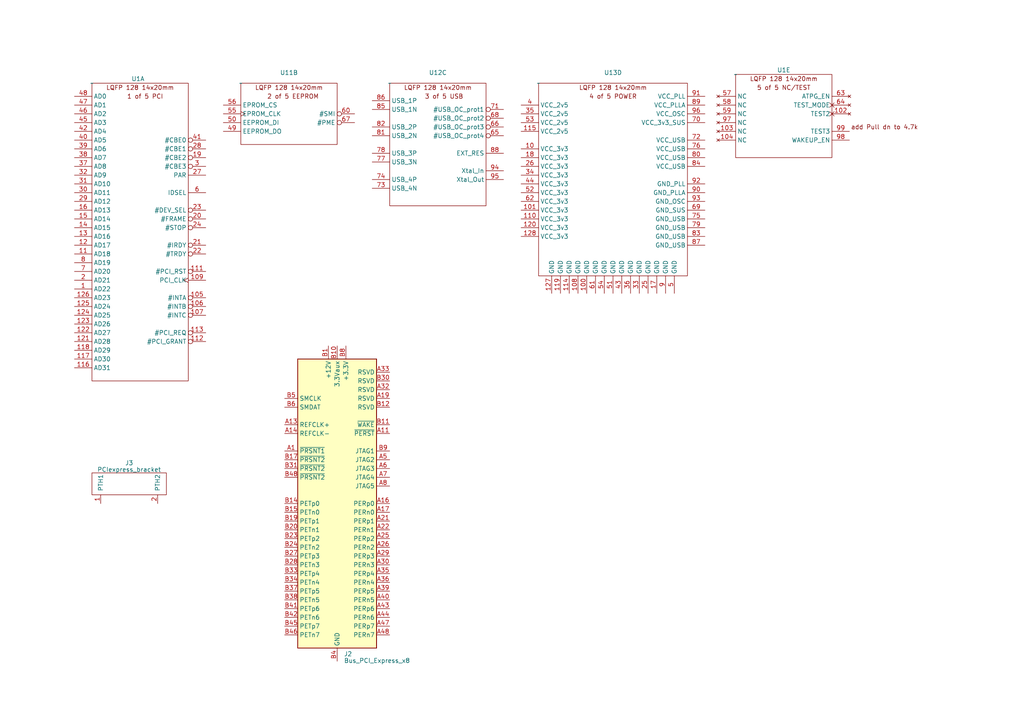
<source format=kicad_sch>
(kicad_sch (version 20230121) (generator eeschema)
  (paper "A4")
  (lib_symbols
    (symbol "Connector:Bus_PCI_Express_x8"
      (property "Reference" "J" (at -8.89 43.18 0))
      (property "Value" "Bus_PCI_Express_x8" (at 12.7 43.18 0))
      (symbol "Bus_PCI_Express_x8_0_1"
        (rectangle (start -11.43 41.91) (end 11.43 -41.91) (stroke (width 0.254)) (fill (type background)))
      )
      (symbol "Bus_PCI_Express_x8_1_1"
        (pin passive line (at -15.24 15.24 0) (length 3.81) (name "~{PRSNT1}") (number "A1"))
        (pin passive line (at 2.54 45.72 270) (length 3.81) hide (name "+3.3V") (number "A10"))
        (pin input line (at 15.24 20.32 180) (length 3.81) (name "~{PERST}") (number "A11"))
        (pin passive line (at 0 -45.72 90) (length 3.81) hide (name "GND") (number "A12"))
        (pin input line (at -15.24 22.86 0) (length 3.81) (name "REFCLK+") (number "A13"))
        (pin input line (at -15.24 20.32 0) (length 3.81) (name "REFCLK-") (number "A14"))
        (pin passive line (at 0 -45.72 90) (length 3.81) hide (name "GND") (number "A15"))
        (pin output line (at 15.24 0 180) (length 3.81) (name "PERp0") (number "A16"))
        (pin output line (at 15.24 -2.54 180) (length 3.81) (name "PERn0") (number "A17"))
        (pin passive line (at 0 -45.72 90) (length 3.81) hide (name "GND") (number "A18"))
        (pin passive line (at 15.24 30.48 180) (length 3.81) (name "RSVD") (number "A19"))
        (pin passive line (at -2.54 45.72 270) (length 3.81) hide (name "+12V") (number "A2"))
        (pin passive line (at 0 -45.72 90) (length 3.81) hide (name "GND") (number "A20"))
        (pin output line (at 15.24 -5.08 180) (length 3.81) (name "PERp1") (number "A21"))
        (pin output line (at 15.24 -7.62 180) (length 3.81) (name "PERn1") (number "A22"))
        (pin passive line (at 0 -45.72 90) (length 3.81) hide (name "GND") (number "A23"))
        (pin passive line (at 0 -45.72 90) (length 3.81) hide (name "GND") (number "A24"))
        (pin output line (at 15.24 -10.16 180) (length 3.81) (name "PERp2") (number "A25"))
        (pin output line (at 15.24 -12.7 180) (length 3.81) (name "PERn2") (number "A26"))
        (pin passive line (at 0 -45.72 90) (length 3.81) hide (name "GND") (number "A27"))
        (pin passive line (at 0 -45.72 90) (length 3.81) hide (name "GND") (number "A28"))
        (pin output line (at 15.24 -15.24 180) (length 3.81) (name "PERp3") (number "A29"))
        (pin passive line (at -2.54 45.72 270) (length 3.81) hide (name "+12V") (number "A3"))
        (pin output line (at 15.24 -17.78 180) (length 3.81) (name "PERn3") (number "A30"))
        (pin passive line (at 0 -45.72 90) (length 3.81) hide (name "GND") (number "A31"))
        (pin passive line (at 15.24 33.02 180) (length 3.81) (name "RSVD") (number "A32"))
        (pin passive line (at 15.24 38.1 180) (length 3.81) (name "RSVD") (number "A33"))
        (pin passive line (at 0 -45.72 90) (length 3.81) hide (name "GND") (number "A34"))
        (pin output line (at 15.24 -20.32 180) (length 3.81) (name "PERp4") (number "A35"))
        (pin output line (at 15.24 -22.86 180) (length 3.81) (name "PERn4") (number "A36"))
        (pin passive line (at 0 -45.72 90) (length 3.81) hide (name "GND") (number "A37"))
        (pin passive line (at 0 -45.72 90) (length 3.81) hide (name "GND") (number "A38"))
        (pin output line (at 15.24 -25.4 180) (length 3.81) (name "PERp5") (number "A39"))
        (pin passive line (at 0 -45.72 90) (length 3.81) hide (name "GND") (number "A4"))
        (pin output line (at 15.24 -27.94 180) (length 3.81) (name "PERn5") (number "A40"))
        (pin passive line (at 0 -45.72 90) (length 3.81) hide (name "GND") (number "A41"))
        (pin passive line (at 0 -45.72 90) (length 3.81) hide (name "GND") (number "A42"))
        (pin output line (at 15.24 -30.48 180) (length 3.81) (name "PERp6") (number "A43"))
        (pin output line (at 15.24 -33.02 180) (length 3.81) (name "PERn6") (number "A44"))
        (pin passive line (at 0 -45.72 90) (length 3.81) hide (name "GND") (number "A45"))
        (pin passive line (at 0 -45.72 90) (length 3.81) hide (name "GND") (number "A46"))
        (pin output line (at 15.24 -35.56 180) (length 3.81) (name "PERp7") (number "A47"))
        (pin output line (at 15.24 -38.1 180) (length 3.81) (name "PERn7") (number "A48"))
        (pin passive line (at 0 -45.72 90) (length 3.81) hide (name "GND") (number "A49"))
        (pin input line (at 15.24 12.7 180) (length 3.81) (name "JTAG2") (number "A5"))
        (pin input line (at 15.24 10.16 180) (length 3.81) (name "JTAG3") (number "A6"))
        (pin output line (at 15.24 7.62 180) (length 3.81) (name "JTAG4") (number "A7"))
        (pin input line (at 15.24 5.08 180) (length 3.81) (name "JTAG5") (number "A8"))
        (pin passive line (at 2.54 45.72 270) (length 3.81) hide (name "+3.3V") (number "A9"))
        (pin power_in line (at -2.54 45.72 270) (length 3.81) (name "+12V") (number "B1"))
        (pin power_in line (at 0 45.72 270) (length 3.81) (name "3.3Vaux") (number "B10"))
        (pin open_collector line (at 15.24 22.86 180) (length 3.81) (name "~{WAKE}") (number "B11"))
        (pin passive line (at 15.24 27.94 180) (length 3.81) (name "RSVD") (number "B12"))
        (pin passive line (at 0 -45.72 90) (length 3.81) hide (name "GND") (number "B13"))
        (pin input line (at -15.24 0 0) (length 3.81) (name "PETp0") (number "B14"))
        (pin input line (at -15.24 -2.54 0) (length 3.81) (name "PETn0") (number "B15"))
        (pin passive line (at 0 -45.72 90) (length 3.81) hide (name "GND") (number "B16"))
        (pin passive line (at -15.24 12.7 0) (length 3.81) (name "~{PRSNT2}") (number "B17"))
        (pin passive line (at 0 -45.72 90) (length 3.81) hide (name "GND") (number "B18"))
        (pin input line (at -15.24 -5.08 0) (length 3.81) (name "PETp1") (number "B19"))
        (pin passive line (at -2.54 45.72 270) (length 3.81) hide (name "+12V") (number "B2"))
        (pin input line (at -15.24 -7.62 0) (length 3.81) (name "PETn1") (number "B20"))
        (pin passive line (at 0 -45.72 90) (length 3.81) hide (name "GND") (number "B21"))
        (pin passive line (at 0 -45.72 90) (length 3.81) hide (name "GND") (number "B22"))
        (pin input line (at -15.24 -10.16 0) (length 3.81) (name "PETp2") (number "B23"))
        (pin input line (at -15.24 -12.7 0) (length 3.81) (name "PETn2") (number "B24"))
        (pin passive line (at 0 -45.72 90) (length 3.81) hide (name "GND") (number "B25"))
        (pin passive line (at 0 -45.72 90) (length 3.81) hide (name "GND") (number "B26"))
        (pin input line (at -15.24 -15.24 0) (length 3.81) (name "PETp3") (number "B27"))
        (pin input line (at -15.24 -17.78 0) (length 3.81) (name "PETn3") (number "B28"))
        (pin passive line (at 0 -45.72 90) (length 3.81) hide (name "GND") (number "B29"))
        (pin passive line (at -2.54 45.72 270) (length 3.81) hide (name "+12V") (number "B3"))
        (pin passive line (at 15.24 35.56 180) (length 3.81) (name "RSVD") (number "B30"))
        (pin passive line (at -15.24 10.16 0) (length 3.81) (name "~{PRSNT2}") (number "B31"))
        (pin passive line (at 0 -45.72 90) (length 3.81) hide (name "GND") (number "B32"))
        (pin input line (at -15.24 -20.32 0) (length 3.81) (name "PETp4") (number "B33"))
        (pin input line (at -15.24 -22.86 0) (length 3.81) (name "PETn4") (number "B34"))
        (pin passive line (at 0 -45.72 90) (length 3.81) hide (name "GND") (number "B35"))
        (pin passive line (at 0 -45.72 90) (length 3.81) hide (name "GND") (number "B36"))
        (pin input line (at -15.24 -25.4 0) (length 3.81) (name "PETp5") (number "B37"))
        (pin input line (at -15.24 -27.94 0) (length 3.81) (name "PETn5") (number "B38"))
        (pin passive line (at 0 -45.72 90) (length 3.81) hide (name "GND") (number "B39"))
        (pin power_in line (at 0 -45.72 90) (length 3.81) (name "GND") (number "B4"))
        (pin passive line (at 0 -45.72 90) (length 3.81) hide (name "GND") (number "B40"))
        (pin input line (at -15.24 -30.48 0) (length 3.81) (name "PETp6") (number "B41"))
        (pin input line (at -15.24 -33.02 0) (length 3.81) (name "PETn6") (number "B42"))
        (pin passive line (at 0 -45.72 90) (length 3.81) hide (name "GND") (number "B43"))
        (pin passive line (at 0 -45.72 90) (length 3.81) hide (name "GND") (number "B44"))
        (pin input line (at -15.24 -35.56 0) (length 3.81) (name "PETp7") (number "B45"))
        (pin input line (at -15.24 -38.1 0) (length 3.81) (name "PETn7") (number "B46"))
        (pin passive line (at 0 -45.72 90) (length 3.81) hide (name "GND") (number "B47"))
        (pin passive line (at -15.24 7.62 0) (length 3.81) (name "~{PRSNT2}") (number "B48"))
        (pin passive line (at 0 -45.72 90) (length 3.81) hide (name "GND") (number "B49"))
        (pin input line (at -15.24 30.48 0) (length 3.81) (name "SMCLK") (number "B5"))
        (pin bidirectional line (at -15.24 27.94 0) (length 3.81) (name "SMDAT") (number "B6"))
        (pin passive line (at 0 -45.72 90) (length 3.81) hide (name "GND") (number "B7"))
        (pin power_in line (at 2.54 45.72 270) (length 3.81) (name "+3.3V") (number "B8"))
        (pin input line (at 15.24 15.24 180) (length 3.81) (name "JTAG1") (number "B9"))
      )
    )
    (symbol "html_accel_Symbols:PCIexpress_bracket" (pin_names (offset 1.016))
      (property "Reference" "J" (at 0 0 0))
      (property "Value" "PCIE_FULL_Height_bracket" (at 0 3.81 0))
      (symbol "PCIexpress_bracket_0_1"
        (rectangle (start -10.16 2.54) (end 11.43 -3.81))
      )
      (symbol "PCIexpress_bracket_1_1"
        (pin input line (at -7.62 -6.35 90) (length 2.54) (name "PTH1") (number "1"))
        (pin input line (at 8.89 -6.35 90) (length 2.54) (name "PTH2") (number "2"))
      )
    )
    (symbol "html_accel_Symbols:VT6212"
      (property "Reference" "U" (at 13.97 3.81 0))
      (property "Value" "VT6212" (at 13.97 1.27 0))
      (symbol "VT6212_1_0"
        (pin bidirectional line (at -5.08 -59.69 0) (length 5.08) (name "AD22") (number "1"))
        (pin output inverted (at 33.02 -62.23 180) (length 5.08) (name "#INTA") (number "105"))
        (pin output inverted (at 33.02 -64.77 180) (length 5.08) (name "#INTB") (number "106"))
        (pin output inverted (at 33.02 -67.31 180) (length 5.08) (name "#INTC") (number "107"))
        (pin input clock (at 33.02 -57.15 180) (length 5.08) (name "PCI_CLK") (number "109"))
        (pin bidirectional line (at -5.08 -49.53 0) (length 5.08) (name "AD18") (number "11"))
        (pin input inverted (at 33.02 -54.61 180) (length 5.08) (name "#PCI_RST") (number "111"))
        (pin input inverted (at 33.02 -74.93 180) (length 5.08) (name "#PCI_GRANT") (number "112"))
        (pin output inverted (at 33.02 -72.39 180) (length 5.08) (name "#PCI_REQ") (number "113"))
        (pin bidirectional line (at -5.08 -82.55 0) (length 5.08) (name "AD31") (number "116"))
        (pin bidirectional line (at -5.08 -80.01 0) (length 5.08) (name "AD30") (number "117"))
        (pin bidirectional line (at -5.08 -77.47 0) (length 5.08) (name "AD29") (number "118"))
        (pin bidirectional line (at -5.08 -46.99 0) (length 5.08) (name "AD17") (number "12"))
        (pin bidirectional line (at -5.08 -74.93 0) (length 5.08) (name "AD28") (number "121"))
        (pin bidirectional line (at -5.08 -72.39 0) (length 5.08) (name "AD27") (number "122"))
        (pin bidirectional line (at -5.08 -69.85 0) (length 5.08) (name "AD26") (number "123"))
        (pin bidirectional line (at -5.08 -67.31 0) (length 5.08) (name "AD25") (number "124"))
        (pin bidirectional line (at -5.08 -64.77 0) (length 5.08) (name "AD24") (number "125"))
        (pin bidirectional line (at -5.08 -62.23 0) (length 5.08) (name "AD23") (number "126"))
        (pin bidirectional line (at -5.08 -44.45 0) (length 5.08) (name "AD16") (number "13"))
        (pin bidirectional inverted (at 33.02 -21.59 180) (length 5.08) (name "#CBE2") (number "19"))
        (pin bidirectional line (at -5.08 -57.15 0) (length 5.08) (name "AD21") (number "2"))
        (pin bidirectional inverted (at 33.02 -39.37 180) (length 5.08) (name "#FRAME") (number "20"))
        (pin bidirectional inverted (at 33.02 -46.99 180) (length 5.08) (name "#IRDY") (number "21"))
        (pin bidirectional inverted (at 33.02 -49.53 180) (length 5.08) (name "#TRDY") (number "22"))
        (pin bidirectional inverted (at 33.02 -36.83 180) (length 5.08) (name "#DEV_SEL") (number "23"))
        (pin bidirectional inverted (at 33.02 -41.91 180) (length 5.08) (name "#STOP") (number "24"))
        (pin bidirectional line (at 33.02 -26.67 180) (length 5.08) (name "PAR") (number "27"))
        (pin bidirectional inverted (at 33.02 -19.05 180) (length 5.08) (name "#CBE1") (number "28"))
        (pin bidirectional inverted (at 33.02 -24.13 180) (length 5.08) (name "#CBE3") (number "3"))
        (pin bidirectional inverted (at 33.02 -16.51 180) (length 5.08) (name "#CBE0") (number "41"))
        (pin input line (at 33.02 -31.75 180) (length 5.08) (name "IDSEL") (number "6"))
        (pin bidirectional line (at -5.08 -54.61 0) (length 5.08) (name "AD20") (number "7"))
        (pin bidirectional line (at -5.08 -52.07 0) (length 5.08) (name "AD19") (number "8"))
      )
      (symbol "VT6212_1_1"
        (rectangle (start 0 0) (end 27.94 -86.36))
        (text "1 of 5 PCI" (at 10.16 -3.81 0) (effects (font (size 1.27 1.27)) (justify left)))
        (text "LQFP 128 14x20mm" (at 13.97 -1.27 0) (effects (font (size 1.27 1.27))))
        (pin bidirectional line (at -5.08 -41.91 0) (length 5.08) (name "AD15") (number "14"))
        (pin bidirectional line (at -5.08 -39.37 0) (length 5.08) (name "AD14") (number "15"))
        (pin bidirectional line (at -5.08 -36.83 0) (length 5.08) (name "AD13") (number "16"))
        (pin bidirectional line (at -5.08 -34.29 0) (length 5.08) (name "AD12") (number "29"))
        (pin bidirectional line (at -5.08 -31.75 0) (length 5.08) (name "AD11") (number "30"))
        (pin bidirectional line (at -5.08 -29.21 0) (length 5.08) (name "AD10") (number "31"))
        (pin bidirectional line (at -5.08 -26.67 0) (length 5.08) (name "AD9") (number "32"))
        (pin bidirectional line (at -5.08 -24.13 0) (length 5.08) (name "AD8") (number "37"))
        (pin bidirectional line (at -5.08 -21.59 0) (length 5.08) (name "AD7") (number "38"))
        (pin bidirectional line (at -5.08 -19.05 0) (length 5.08) (name "AD6") (number "39"))
        (pin bidirectional line (at -5.08 -16.51 0) (length 5.08) (name "AD5") (number "40"))
        (pin bidirectional line (at -5.08 -13.97 0) (length 5.08) (name "AD4") (number "42"))
        (pin bidirectional line (at -5.08 -11.43 0) (length 5.08) (name "AD3") (number "45"))
        (pin bidirectional line (at -5.08 -8.89 0) (length 5.08) (name "AD2") (number "46"))
        (pin bidirectional line (at -5.08 -6.35 0) (length 5.08) (name "AD1") (number "47"))
        (pin bidirectional line (at -5.08 -3.81 0) (length 5.08) (name "AD0") (number "48"))
      )
      (symbol "VT6212_2_0"
        (pin input line (at -5.08 -13.97 0) (length 5.08) (name "EEPROM_DO") (number "49"))
        (pin output line (at -5.08 -11.43 0) (length 5.08) (name "EEPROM_DI") (number "50"))
        (pin output clock (at -5.08 -8.89 0) (length 5.08) (name "EPROM_CLK") (number "55"))
        (pin output line (at -5.08 -6.35 0) (length 5.08) (name "EPROM_CS") (number "56"))
        (pin output inverted (at 33.02 -8.89 180) (length 5.08) (name "#SMI") (number "60"))
        (pin output inverted (at 33.02 -11.43 180) (length 5.08) (name "#PME") (number "67"))
      )
      (symbol "VT6212_2_1"
        (rectangle (start 0 0) (end 27.94 -17.78))
        (text "2 of 5 EEPROM" (at 7.62 -3.81 0) (effects (font (size 1.27 1.27)) (justify left)))
        (text "LQFP 128 14x20mm" (at 13.97 -1.27 0) (effects (font (size 1.27 1.27))))
      )
      (symbol "VT6212_3_0"
        (pin input inverted (at 33.02 -15.24 180) (length 5.08) (name "#USB_OC_prot4") (number "65"))
        (pin input inverted (at 33.02 -12.7 180) (length 5.08) (name "#USB_OC_prot3") (number "66"))
        (pin input inverted (at 33.02 -10.16 180) (length 5.08) (name "#USB_OC_prot2") (number "68"))
        (pin input inverted (at 33.02 -7.62 180) (length 5.08) (name "#USB_OC_prot1") (number "71"))
        (pin bidirectional line (at -5.08 -30.48 0) (length 5.08) (name "USB_4N") (number "73"))
        (pin bidirectional line (at -5.08 -27.94 0) (length 5.08) (name "USB_4P") (number "74"))
        (pin bidirectional line (at -5.08 -22.86 0) (length 5.08) (name "USB_3N") (number "77"))
        (pin bidirectional line (at -5.08 -20.32 0) (length 5.08) (name "USB_3P") (number "78"))
        (pin bidirectional line (at -5.08 -15.24 0) (length 5.08) (name "USB_2N") (number "81"))
        (pin bidirectional line (at -5.08 -12.7 0) (length 5.08) (name "USB_2P") (number "82"))
        (pin bidirectional line (at -5.08 -7.62 0) (length 5.08) (name "USB_1N") (number "85"))
        (pin bidirectional line (at -5.08 -5.08 0) (length 5.08) (name "USB_1P") (number "86"))
        (pin bidirectional line (at 33.02 -20.32 180) (length 5.08) (name "EXT_RES") (number "88"))
        (pin input line (at 33.02 -25.4 180) (length 5.08) (name "Xtal_In") (number "94"))
        (pin output line (at 33.02 -27.94 180) (length 5.08) (name "Xtal_Out") (number "95"))
      )
      (symbol "VT6212_3_1"
        (rectangle (start 0 0) (end 27.94 -35.56))
        (text "3 of 5 USB" (at 10.16 -3.81 0) (effects (font (size 1.27 1.27)) (justify left)))
        (text "LQFP 128 14x20mm" (at 13.97 -1.27 0) (effects (font (size 1.27 1.27))))
      )
      (symbol "VT6212_4_0"
        (pin power_in line (at -5.08 -19.05 0) (length 5.08) (name "VCC_3v3") (number "10"))
        (pin power_in line (at 13.97 -60.96 90) (length 5.08) (name "GND") (number "100"))
        (pin power_in line (at -5.08 -36.83 0) (length 5.08) (name "VCC_3v3") (number "101"))
        (pin power_in line (at 11.43 -60.96 90) (length 5.08) (name "GND") (number "108"))
        (pin power_in line (at -5.08 -39.37 0) (length 5.08) (name "VCC_3v3") (number "110"))
        (pin power_in line (at 8.89 -60.96 90) (length 5.08) (name "GND") (number "114"))
        (pin power_in line (at -5.08 -13.97 0) (length 5.08) (name "VCC_2v5") (number "115"))
        (pin power_in line (at 6.35 -60.96 90) (length 5.08) (name "GND") (number "119"))
        (pin power_in line (at -5.08 -41.91 0) (length 5.08) (name "VCC_3v3") (number "120"))
        (pin power_in line (at 3.81 -60.96 90) (length 5.08) (name "GND") (number "127"))
        (pin power_in line (at -5.08 -44.45 0) (length 5.08) (name "VCC_3v3") (number "128"))
        (pin power_in line (at 34.29 -60.96 90) (length 5.08) (name "GND") (number "17"))
        (pin power_in line (at -5.08 -21.59 0) (length 5.08) (name "VCC_3v3") (number "18"))
        (pin power_in line (at 31.75 -60.96 90) (length 5.08) (name "GND") (number "25"))
        (pin power_in line (at -5.08 -24.13 0) (length 5.08) (name "VCC_3v3") (number "26"))
        (pin power_in line (at 29.21 -60.96 90) (length 5.08) (name "GND") (number "33"))
        (pin power_in line (at -5.08 -26.67 0) (length 5.08) (name "VCC_3v3") (number "34"))
        (pin power_in line (at -5.08 -8.89 0) (length 5.08) (name "VCC_2v5") (number "35"))
        (pin power_in line (at 26.67 -60.96 90) (length 5.08) (name "GND") (number "36"))
        (pin power_in line (at -5.08 -6.35 0) (length 5.08) (name "VCC_2v5") (number "4"))
        (pin power_in line (at 24.13 -60.96 90) (length 5.08) (name "GND") (number "43"))
        (pin power_in line (at -5.08 -29.21 0) (length 5.08) (name "VCC_3v3") (number "44"))
        (pin power_in line (at 39.37 -60.96 90) (length 5.08) (name "GND") (number "5"))
        (pin power_in line (at 21.59 -60.96 90) (length 5.08) (name "GND") (number "51"))
        (pin power_in line (at -5.08 -31.75 0) (length 5.08) (name "VCC_3v3") (number "52"))
        (pin power_in line (at -5.08 -11.43 0) (length 5.08) (name "VCC_2v5") (number "53"))
        (pin power_in line (at 19.05 -60.96 90) (length 5.08) (name "GND") (number "54"))
        (pin power_in line (at 16.51 -60.96 90) (length 5.08) (name "GND") (number "61"))
        (pin power_in line (at -5.08 -34.29 0) (length 5.08) (name "VCC_3v3") (number "62"))
        (pin power_in line (at 48.26 -36.83 180) (length 5.08) (name "GND_SUS") (number "69"))
        (pin power_in line (at 48.26 -11.43 180) (length 5.08) (name "VCC_3v3_SUS") (number "70"))
        (pin power_out line (at 48.26 -16.51 180) (length 5.08) (name "VCC_USB") (number "72"))
        (pin power_in line (at 48.26 -39.37 180) (length 5.08) (name "GND_USB") (number "75"))
        (pin power_out line (at 48.26 -19.05 180) (length 5.08) (name "VCC_USB") (number "76"))
        (pin power_in line (at 48.26 -41.91 180) (length 5.08) (name "GND_USB") (number "79"))
        (pin power_out line (at 48.26 -21.59 180) (length 5.08) (name "VCC_USB") (number "80"))
        (pin power_in line (at 48.26 -44.45 180) (length 5.08) (name "GND_USB") (number "83"))
        (pin power_out line (at 48.26 -24.13 180) (length 5.08) (name "VCC_USB") (number "84"))
        (pin power_in line (at 48.26 -46.99 180) (length 5.08) (name "GND_USB") (number "87"))
        (pin power_in line (at 48.26 -6.35 180) (length 5.08) (name "VCC_PLLA") (number "89"))
        (pin power_in line (at 36.83 -60.96 90) (length 5.08) (name "GND") (number "9"))
        (pin power_in line (at 48.26 -31.75 180) (length 5.08) (name "GND_PLLA") (number "90"))
        (pin power_in line (at 48.26 -3.81 180) (length 5.08) (name "VCC_PLL") (number "91"))
        (pin power_in line (at 48.26 -29.21 180) (length 5.08) (name "GND_PLL") (number "92"))
        (pin power_in line (at 48.26 -34.29 180) (length 5.08) (name "GND_OSC") (number "93"))
        (pin power_in line (at 48.26 -8.89 180) (length 5.08) (name "VCC_OSC") (number "96"))
      )
      (symbol "VT6212_4_1"
        (rectangle (start 0 0) (end 43.18 -55.88))
        (text "4 of 5 POWER" (at 21.59 -3.81 0) (effects (font (size 1.27 1.27))))
        (text "LQFP 128 14x20mm" (at 21.59 -1.27 0) (effects (font (size 1.27 1.27))))
      )
      (symbol "VT6212_5_0"
        (pin no_connect non_logic (at 33.02 -11.43 180) (length 5.08) (name "TEST2") (number "102"))
        (pin no_connect line (at -5.08 -16.51 0) (length 5.08) (name "NC") (number "103"))
        (pin no_connect line (at -5.08 -19.05 0) (length 5.08) (name "NC") (number "104"))
        (pin no_connect line (at -5.08 -6.35 0) (length 5.08) (name "NC") (number "57"))
        (pin no_connect line (at -5.08 -8.89 0) (length 5.08) (name "NC") (number "58"))
        (pin no_connect line (at -5.08 -11.43 0) (length 5.08) (name "NC") (number "59"))
        (pin no_connect line (at 33.02 -6.35 180) (length 5.08) (name "ATPG_EN") (number "63"))
        (pin no_connect non_logic (at 33.02 -8.89 180) (length 5.08) (name "TEST_MODE") (number "64"))
        (pin no_connect line (at -5.08 -13.97 0) (length 5.08) (name "NC") (number "97"))
        (pin bidirectional line (at 33.02 -19.05 180) (length 5.08) (name "WAKEUP_EN") (number "98"))
        (pin bidirectional line (at 33.02 -16.51 180) (length 5.08) (name "TEST3") (number "99"))
      )
      (symbol "VT6212_5_1"
        (rectangle (start 0 0) (end 27.94 -24.13))
        (text "5 of 5 NC/TEST" (at 13.97 -3.81 0) (effects (font (size 1.27 1.27))))
        (text "add Pull dn to 4.7k" (at 43.18 -15.24 0) (effects (font (size 1.27 1.27))))
        (text "LQFP 128 14x20mm" (at 13.97 -1.27 0) (effects (font (size 1.27 1.27))))
      )
    )
  )
  (symbol (lib_id "html_accel_Symbols:VT6212") (at 213.36 21.59 0) (unit 5)
    (property "Reference" "U1" (at 227.33 20.32 0))
    (property "Value" "~" (at 213.36 21.59 0))
    (property "Footprint" "Package_QFP:LQFP-128_14x20mm_P0.5mm" (effects hide))
  )
  (symbol (lib_id "html_accel_Symbols:PCIexpress_bracket") (at 36.83 139.7 0) (unit 1)
    (property "Reference" "J3" (at 37.465 134.2771 0))
    (property "Value" "PCIexpress_bracket" (at 37.465 136.1981 0))
    (property "Footprint" "html_accel_footprints:PCIexpress_bracket_full" (effects hide))
    (instances (project "html_accelerator" (path "" (reference "J3") (unit 1)) (path "" (reference "J1") (unit 1))))
  )
  (symbol (lib_id "html_accel_Symbols:VT6212") (at 69.85 24.13 0) (unit 2)
    (property "Reference" "U11" (at 83.82 21.0645 0))
    (property "Value" "~" (at 69.85 24.13 0))
    (property "Footprint" "Package_QFP:LQFP-128_14x20mm_P0.5mm" (effects hide))
    (instances (project "html_accelerator" (path "" (reference "U11") (unit 2)) (path "" (reference "U1") (unit 2))))
  )
  (symbol (lib_id "html_accel_Symbols:VT6212") (at 156.21 24.13 0) (unit 4)
    (property "Reference" "U13" (at 177.8 21.0645 0))
    (property "Value" "~" (at 156.21 24.13 0))
    (property "Footprint" "Package_QFP:LQFP-128_14x20mm_P0.5mm" (effects hide))
    (instances (project "html_accelerator" (path "" (reference "U13") (unit 4)) (path "" (reference "U1") (unit 4))))
  )
  (symbol (lib_id "html_accel_Symbols:VT6212") (at 26.67 24.13 0) (unit 1)
    (property "Reference" "U1" (at 38.1 22.86 0) (effects (justify left)))
    (property "Value" "~" (at 26.67 24.13 0))
    (property "Footprint" "Package_QFP:LQFP-128_14x20mm_P0.5mm" (effects hide))
  )
  (symbol (lib_id "html_accel_Symbols:VT6212") (at 113.03 24.13 0) (unit 3)
    (property "Reference" "U12" (at 127 21.0645 0))
    (property "Value" "~" (at 113.03 24.13 0))
    (property "Footprint" "Package_QFP:LQFP-128_14x20mm_P0.5mm" (effects hide))
    (instances (project "html_accelerator" (path "" (reference "U12") (unit 3)) (path "" (reference "U1") (unit 3))))
  )
  (symbol (lib_id "Connector:Bus_PCI_Express_x8") (at 97.79 146.05 0) (unit 1)
    (property "Reference" "J2" (at 99.7459 189.6825 0) (effects (justify left)))
    (property "Value" "Bus_PCI_Express_x8" (at 99.7459 191.6035 0) (effects (justify left)))
    (property "Footprint" "Connector_PCBEdge:BUS_PCIexpress_x8" (effects hide))
    (property "Datasheet" "http://www.ritrontek.com/uploadfile/2016/1026/20161026105231124.pdf#page=63" (effects hide))
  )
)
</source>
